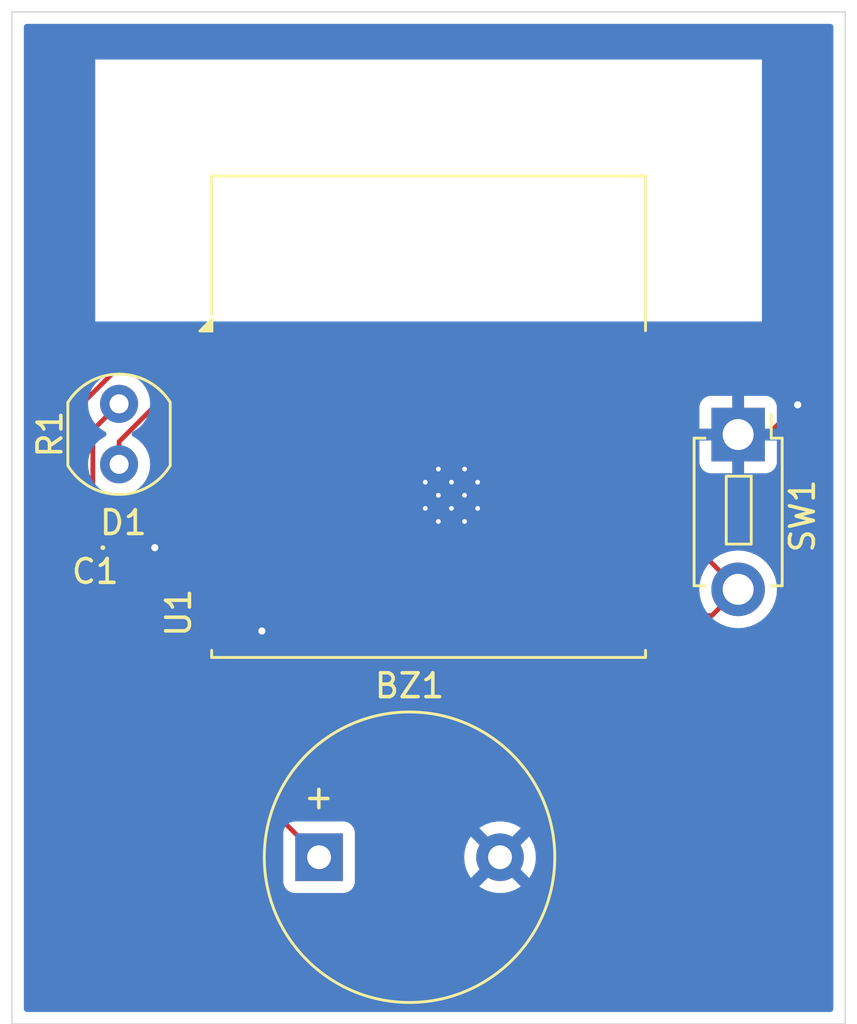
<source format=kicad_pcb>
(kicad_pcb (version 20240108) (generator "pcbnew") (generator_version "8.0")
  (layers (0 "F.Cu" signal) (31 "B.Cu" signal) (34 "B.Paste" user) (35 "F.Paste" user) (36 "B.SilkS" user "B.Silkscreen") (37 "F.SilkS" user "F.Silkscreen") (38 "B.Mask" user) (39 "F.Mask" user) (44 "Edge.Cuts" user))
  (net 0 "")
  (net 1 "/B")
  (net 2 "GND")
  (net 3 "/R")
  (net 4 "+3.3V")
  (net 5 "Net-(U1-3V3)")
  (footprint "OptoDevice:R_LDR_4.9x4.2mm_P2.54mm_Vertical" (layer "F.Cu") (at 131.5 85 90)
    (property "Reference" "R1" (at 1.27 -2.9 90) (layer "F.SilkS"))
    (property "Value" "10 k")
    (fp_line (start -0.05 -2.15) (end 2.6 -2.15) (stroke (width 0.12)) (layer "F.SilkS"))
    (fp_line (start -0.05 2.15) (end 2.6 2.15) (stroke (width 0.12)) (layer "F.SilkS"))
    (fp_arc (start 2.6 -2.15) (mid 3.788646 -0.016616) (end 2.628027 2.132145) (stroke (width 0.12)) (layer "F.SilkS"))
    (fp_arc (start -0.05 2.15) (mid -1.262424 0.01494) (end -0.075476 -2.134388) (stroke (width 0.12)) (layer "F.SilkS"))
    (pad "1" thru_hole circle (at 0 0 90) (size 1.6 1.6) (drill 0.8) (layers "*.Cu" "*.Mask") (net 5 "Net-(U1-3V3)"))
    (pad "2" thru_hole circle (at 2.54 0 90) (size 1.6 1.6) (drill 0.8) (layers "*.Cu" "*.Mask") (net 3 "/R"))
  )
  (footprint "RF_Module:ESP32-C3-WROOM-02" (layer "F.Cu") (at 144.5 86.1)
    (property "Reference" "U1" (at -10.5 5.13 90) (layer "F.SilkS"))
    (property "Value" "ESP32-C3-WROOM-02")
    (fp_line (start -9.11 -13.21) (end -9.11 -7.4) (stroke (width 0.12)) (layer "F.SilkS"))
    (fp_line (start -9.11 -13.21) (end 9.11 -13.21) (stroke (width 0.12)) (layer "F.SilkS"))
    (fp_line (start -9.11 6.71) (end -9.11 7.01) (stroke (width 0.12)) (layer "F.SilkS"))
    (fp_line (start -9.11 7.01) (end 9.11 7.01) (stroke (width 0.12)) (layer "F.SilkS"))
    (fp_line (start 9.11 -13.21) (end 9.11 -6.71) (stroke (width 0.12)) (layer "F.SilkS"))
    (fp_line (start 9.11 6.71) (end 9.11 7.01) (stroke (width 0.12)) (layer "F.SilkS"))
    (fp_poly (pts (xy -9.1 -6.7) (xy -9.6 -6.7) (xy -9.1 -7.2) (xy -9.1 -6.7)) (stroke (width 0.12)) (fill solid) (layer "F.SilkS"))
    (pad "1" smd rect (at -8.75 -6) (size 1.5 0.9) (layers "F.Cu" "F.Paste" "F.Mask") (net 5 "Net-(U1-3V3)"))
    (pad "2" smd rect (at -8.75 -4.5) (size 1.5 0.9) (layers "F.Cu" "F.Paste" "F.Mask"))
    (pad "3" smd rect (at -8.75 -3) (size 1.5 0.9) (layers "F.Cu" "F.Paste" "F.Mask") (net 1 "/B"))
    (pad "4" smd rect (at -8.75 -1.5) (size 1.5 0.9) (layers "F.Cu" "F.Paste" "F.Mask"))
    (pad "5" smd rect (at -8.75 0) (size 1.5 0.9) (layers "F.Cu" "F.Paste" "F.Mask"))
    (pad "6" smd rect (at -8.75 1.5) (size 1.5 0.9) (layers "F.Cu" "F.Paste" "F.Mask"))
    (pad "7" smd rect (at -8.75 3) (size 1.5 0.9) (layers "F.Cu" "F.Paste" "F.Mask"))
    (pad "8" smd rect (at -8.75 4.5) (size 1.5 0.9) (layers "F.Cu" "F.Paste" "F.Mask"))
    (pad "9" smd rect (at -8.75 6) (size 1.5 0.9) (layers "F.Cu" "F.Paste" "F.Mask") (net 2 "GND"))
    (pad "10" smd rect (at 8.75 6) (size 1.5 0.9) (layers "F.Cu" "F.Paste" "F.Mask"))
    (pad "11" smd rect (at 8.75 4.5) (size 1.5 0.9) (layers "F.Cu" "F.Paste" "F.Mask"))
    (pad "12" smd rect (at 8.75 3) (size 1.5 0.9) (layers "F.Cu" "F.Paste" "F.Mask"))
    (pad "13" smd rect (at 8.75 1.5) (size 1.5 0.9) (layers "F.Cu" "F.Paste" "F.Mask") (net 3 "/R"))
    (pad "14" smd rect (at 8.75 0) (size 1.5 0.9) (layers "F.Cu" "F.Paste" "F.Mask"))
    (pad "15" smd rect (at 8.75 -1.5) (size 1.5 0.9) (layers "F.Cu" "F.Paste" "F.Mask"))
    (pad "16" smd rect (at 8.75 -3) (size 1.5 0.9) (layers "F.Cu" "F.Paste" "F.Mask"))
    (pad "17" smd rect (at 8.75 -4.5) (size 1.5 0.9) (layers "F.Cu" "F.Paste" "F.Mask"))
    (pad "18" smd rect (at 8.75 -6) (size 1.5 0.9) (layers "F.Cu" "F.Paste" "F.Mask"))
    (pad "19" thru_hole circle (at -0.14 -0.35) (size 0.6 0.6) (drill 0.2) (property pad_prop_heatsink) (layers "*.Cu" "F.Mask") (net 2 "GND"))
    (pad "19" thru_hole circle (at -0.14 0.75) (size 0.6 0.6) (drill 0.2) (property pad_prop_heatsink) (layers "*.Cu" "F.Mask") (net 2 "GND"))
    (pad "19" thru_hole circle (at 0.41 -0.9) (size 0.6 0.6) (drill 0.2) (property pad_prop_heatsink) (layers "*.Cu" "F.Mask") (net 2 "GND"))
    (pad "19" thru_hole circle (at 0.41 0.2) (size 0.6 0.6) (drill 0.2) (property pad_prop_heatsink) (layers "*.Cu" "F.Mask") (net 2 "GND"))
    (pad "19" thru_hole circle (at 0.41 1.3) (size 0.6 0.6) (drill 0.2) (property pad_prop_heatsink) (layers "*.Cu" "F.Mask") (net 2 "GND"))
    (pad "19" thru_hole circle (at 0.96 -0.35) (size 0.6 0.6) (drill 0.2) (property pad_prop_heatsink) (layers "*.Cu" "F.Mask") (net 2 "GND"))
    (pad "19" smd rect (at 0.96 0.2) (size 2.9 2.9) (property pad_prop_heatsink) (layers "F.Cu" "F.Mask") (net 2 "GND"))
    (pad "19" thru_hole circle (at 0.96 0.75) (size 0.6 0.6) (drill 0.2) (property pad_prop_heatsink) (layers "*.Cu" "F.Mask") (net 2 "GND"))
    (pad "19" thru_hole circle (at 1.51 -0.9) (size 0.6 0.6) (drill 0.2) (property pad_prop_heatsink) (layers "*.Cu" "F.Mask") (net 2 "GND"))
    (pad "19" thru_hole circle (at 1.51 0.2) (size 0.6 0.6) (drill 0.2) (property pad_prop_heatsink) (layers "*.Cu" "F.Mask") (net 2 "GND"))
    (pad "19" thru_hole circle (at 1.51 1.3) (size 0.6 0.6) (drill 0.2) (property pad_prop_heatsink) (layers "*.Cu" "F.Mask") (net 2 "GND"))
    (pad "19" thru_hole circle (at 2.06 -0.35) (size 0.6 0.6) (drill 0.2) (property pad_prop_heatsink) (layers "*.Cu" "F.Mask") (net 2 "GND"))
    (pad "19" thru_hole circle (at 2.06 0.75) (size 0.6 0.6) (drill 0.2) (property pad_prop_heatsink) (layers "*.Cu" "F.Mask") (net 2 "GND"))
    (zone (net 0) (net_name "") (layers "F&B.Cu") (connect_pads (clearance 0)) (min_thickness 0.254)
      (keepout (tracks not_allowed) (vias not_allowed) (pads not_allowed) (copperpour not_allowed) (footprints not_allowed))
      (fill (thermal_gap 0.508) (thermal_bridge_width 0.508))
      (polygon (pts (xy 130.5 79) (xy 158.5 79) (xy 158.5 68) (xy 130.5 68)))
    )
  )
  (footprint "Buzzer_Beeper:Buzzer_12x9.5RM7.6" (layer "F.Cu") (at 139.9 101.5)
    (property "Reference" "BZ1" (at 3.8 -7.2 0) (layer "F.SilkS"))
    (property "Value" "Buzzer")
    (fp_circle (center 3.8 0) (end 9.9 0) (stroke (width 0.12)) (fill none) (layer "F.SilkS"))
    (fp_text user "+" (at -0.01 -2.54 0) (layer "F.SilkS"))
    (pad "1" thru_hole rect (at 0 0) (size 2 2) (drill 1) (layers "*.Cu" "*.Mask") (net 1 "/B"))
    (pad "2" thru_hole circle (at 7.6 0) (size 2 2) (drill 1) (layers "*.Cu" "*.Mask") (net 2 "GND"))
  )
  (footprint "Capacitor_SMD:C_0201_0603Metric" (layer "F.Cu") (at 131.5 91)
    (property "Reference" "C1" (at -1 -1.5 0) (layer "F.SilkS"))
    (property "Value" "0.1 mu")
    (pad "1" smd roundrect (at -0.32 0) (size 0.46 0.4) (layers "F.Cu" "F.Mask") (net 3 "/R"))
    (pad "2" smd roundrect (at 0.32 0) (size 0.46 0.4) (layers "F.Cu" "F.Mask") (net 2 "GND"))
  )
  (footprint "Button_Switch_THT:SW_PUSH_1P1T_6x3.5mm_H4.3_APEM_MJTP1243" (layer "F.Cu") (at 157.5 83.75 -90)
    (property "Reference" "SW1" (at 3.42 -2.7 90) (layer "F.SilkS"))
    (property "Value" "SW_Push")
    (fp_line (start 0.15 1.85) (end 6.35 1.85) (stroke (width 0.12)) (layer "F.SilkS"))
    (fp_line (start 0.15 1.39) (end 0.15 1.85) (stroke (width 0.12)) (layer "F.SilkS"))
    (fp_line (start 6.35 1.39) (end 6.35 1.85) (stroke (width 0.12)) (layer "F.SilkS"))
    (fp_line (start 0.15 -1.39) (end -0.85 -1.39) (stroke (width 0.12)) (layer "F.SilkS"))
    (fp_line (start 0.15 -1.85) (end 0.15 -1.39) (stroke (width 0.12)) (layer "F.SilkS"))
    (fp_line (start 6.35 -1.85) (end 6.35 -1.39) (stroke (width 0.12)) (layer "F.SilkS"))
    (fp_line (start 6.35 -1.85) (end 0.15 -1.85) (stroke (width 0.12)) (layer "F.SilkS"))
    (fp_rect (start 1.75 -0.55) (end 4.6 0.5) (stroke (width 0.12)) (fill none) (layer "F.SilkS"))
    (pad "1" thru_hole rect (at 0 0) (size 2.25 2.25) (drill 1.3) (layers "*.Cu" "*.Mask") (net 2 "GND"))
    (pad "2" thru_hole circle (at 6.5 0) (size 2.25 2.25) (drill 1.3) (layers "*.Cu" "*.Mask") (net 3 "/R"))
  )
  (footprint "LED_SMD:LED_0201_0603Metric" (layer "F.Cu") (at 131.68 88.5)
    (property "Reference" "D1" (at 0 -1.05 0) (layer "F.SilkS"))
    (property "Value" "LED")
    (fp_circle (center -0.86 0) (end -0.81 0) (stroke (width 0.1)) (fill none) (layer "F.SilkS"))
    (pad "1" smd roundrect (at -0.32 0) (size 0.46 0.4) (layers "F.Cu" "F.Mask") (net 4 "+3.3V"))
    (pad "2" smd roundrect (at 0.32 0) (size 0.46 0.4) (layers "F.Cu" "F.Mask") (net 2 "GND"))
  )
  (gr_rect (start 127 66) (end 162 108.5) (stroke (width 0.05)) (fill none) (layer "Edge.Cuts"))
  (segment (start 130 82.404365) (end 133.054365 79.35) (width 0.2) (layer "F.Cu") (net 1))
  (segment (start 133.054365 79.35) (end 136.8 79.35) (width 0.2) (layer "F.Cu") (net 1))
  (segment (start 136.8 82.55) (end 136.25 83.1) (width 0.2) (layer "F.Cu") (net 1))
  (segment (start 136.25 83.1) (end 135.75 83.1) (width 0.2) (layer "F.Cu") (net 1))
  (segment (start 130 91.6) (end 130 82.404365) (width 0.2) (layer "F.Cu") (net 1))
  (segment (start 136.8 79.35) (end 136.8 82.55) (width 0.2) (layer "F.Cu") (net 1))
  (segment (start 139.9 101.5) (end 130 91.6) (width 0.2) (layer "F.Cu") (net 1))
  (segment (start 137.4 92.1) (end 137.5 92) (width 0.2) (layer "F.Cu") (net 2))
  (segment (start 132 88.5) (end 133 88.5) (width 0.2) (layer "F.Cu") (net 2))
  (segment (start 157.5 83.75) (end 158.75 83.75) (width 0.2) (layer "F.Cu") (net 2))
  (segment (start 132 88.5) (end 132 90.82) (width 0.2) (layer "F.Cu") (net 2))
  (segment (start 158.75 83.75) (end 160 82.5) (width 0.2) (layer "F.Cu") (net 2))
  (segment (start 132 90.82) (end 131.82 91) (width 0.2) (layer "F.Cu") (net 2))
  (segment (start 135.75 92.1) (end 137.4 92.1) (width 0.2) (layer "F.Cu") (net 2))
  (via (at 160 82.5) (size 0.6) (drill 0.3) (layers "F.Cu" "B.Cu") (net 2))
  (via (at 133 88.5) (size 0.6) (drill 0.3) (layers "F.Cu" "B.Cu") (net 2))
  (via (at 137.5 92) (size 0.6) (drill 0.3) (layers "F.Cu" "B.Cu") (net 2))
  (segment (start 133.630001 91.35) (end 156.4 91.35) (width 0.2) (layer "F.Cu") (net 3))
  (segment (start 130.4 83.56) (end 130.4 90.22) (width 0.2) (layer "F.Cu") (net 3))
  (segment (start 131.5 82.46) (end 131.96 82.46) (width 0.2) (layer "F.Cu") (net 3))
  (segment (start 156.4 91.35) (end 157.5 90.25) (width 0.2) (layer "F.Cu") (net 3))
  (segment (start 132.480001 92.5) (end 133.630001 91.35) (width 0.2) (layer "F.Cu") (net 3))
  (segment (start 131.18 91.199999) (end 132.480001 92.5) (width 0.2) (layer "F.Cu") (net 3))
  (segment (start 132 82.5) (end 131.96 82.46) (width 0.2) (layer "F.Cu") (net 3))
  (segment (start 157.5 90.25) (end 154.85 87.6) (width 0.2) (layer "F.Cu") (net 3))
  (segment (start 131.5 82.46) (end 130.4 83.56) (width 0.2) (layer "F.Cu") (net 3))
  (segment (start 154.85 87.6) (end 153.25 87.6) (width 0.2) (layer "F.Cu") (net 3))
  (segment (start 131.18 91) (end 131.18 91.199999) (width 0.2) (layer "F.Cu") (net 3))
  (segment (start 130.4 90.22) (end 131.18 91) (width 0.2) (layer "F.Cu") (net 3))
  (segment (start 131.5 84.05) (end 135.45 80.1) (width 0.2) (layer "F.Cu") (net 5))
  (segment (start 135.45 80.1) (end 135.75 80.1) (width 0.2) (layer "F.Cu") (net 5))
  (segment (start 131.5 85) (end 131.5 84.05) (width 0.2) (layer "F.Cu") (net 5))
  (zone (net 2) (net_name "GND") (layer "B.Cu") (connect_pads (clearance 0.5)) (min_thickness 0.25) (fill yes (thermal_gap 0.5) (thermal_bridge_width 0.5))
    (polygon (pts (xy 162 65.5) (xy 127 66) (xy 127 108.5) (xy 162.5 108.5) (xy 162 65.5) (xy 126.5 66)))
  )
)
</source>
